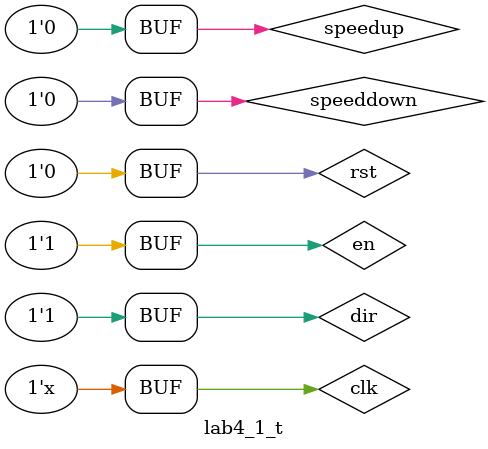
<source format=v>
`timescale 1ns/100ps
module lab4_1_t;
    reg clk,rst,en,dir,speedup,speeddown;
    wire [3:0] DIGIT;
    wire [6:0] DISPLAY;
    wire max;
    wire min;

    lab4_1 my(.clk(clk), .rst(rst), .en(en), .dir(dir), .speedup(speedup), .speeddown(speeddown),
                .DIGIT(DIGIT), .DISPLAY(DISPLAY), .max(max), .min(min));

    always #5 clk=~clk;

    initial begin
        clk=0;
        rst=0;
        en=0;
        dir=0;
        speedup=0;
        speeddown=0;
        #100
        en=1;
        
        #500
        rst=1;
        #10
        rst=0;
        
        #10
        en=1;
        #1200
        dir=1;
    end
endmodule
</source>
